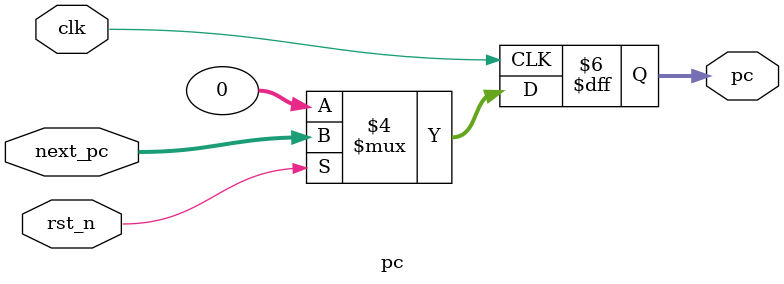
<source format=v>
`timescale 1ns / 1ps


module pc
    #(parameter RESET_ADDR = 0)
    (
        input wire clk, 
        input wire rst_n, 
        input wire [31:0] next_pc, 
        output reg [31:0] pc
    );
    
    
    always @(posedge clk) begin
        if(!rst_n) begin
            pc <= RESET_ADDR;
        end
        else begin
            pc <= next_pc;  
        end             
    end
endmodule
</source>
